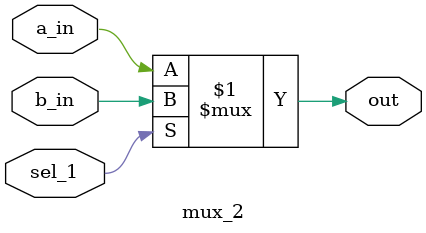
<source format=v>
`timescale 1ns / 1ps


module mux_2(
a_in , b_in, sel_1 , out
    );
input  a_in , b_in ;
input sel_1 ;
output  out;

assign out = sel_1? b_in : a_in ;   
   
endmodule

</source>
